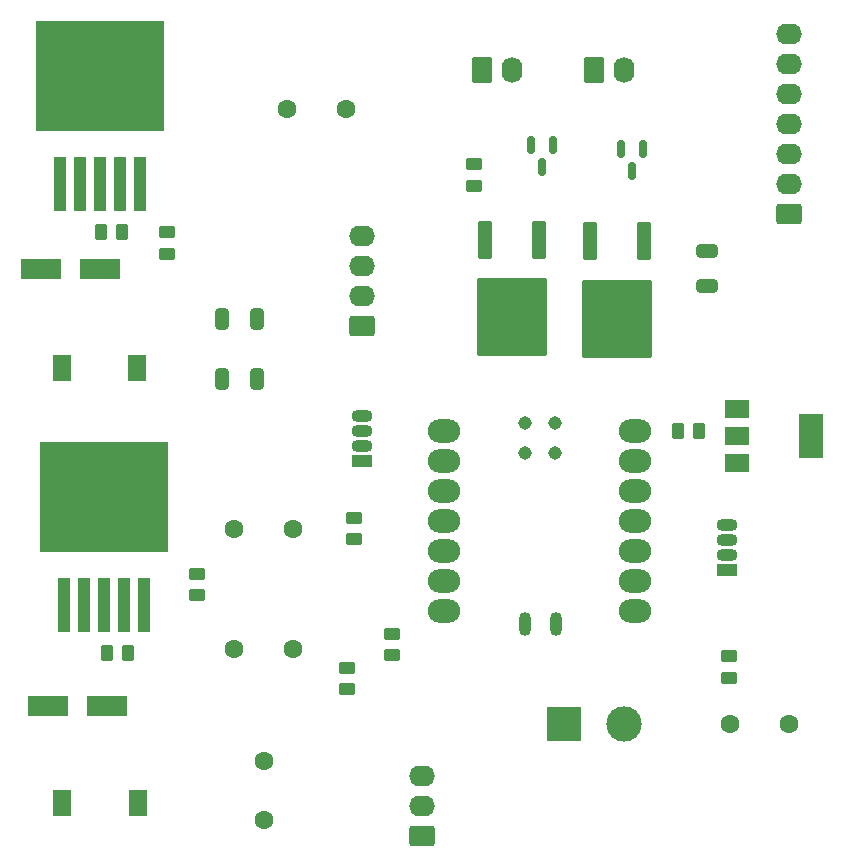
<source format=gts>
%TF.GenerationSoftware,KiCad,Pcbnew,6.0.11+dfsg-1*%
%TF.CreationDate,2024-04-14T00:28:14-04:00*%
%TF.ProjectId,MainPCBV1,4d61696e-5043-4425-9631-2e6b69636164,rev?*%
%TF.SameCoordinates,Original*%
%TF.FileFunction,Soldermask,Top*%
%TF.FilePolarity,Negative*%
%FSLAX45Y45*%
G04 Gerber Fmt 4.5, Leading zero omitted, Abs format (unit mm)*
G04 Created by KiCad (PCBNEW 6.0.11+dfsg-1) date 2024-04-14 00:28:14*
%MOMM*%
%LPD*%
G01*
G04 APERTURE LIST*
G04 Aperture macros list*
%AMRoundRect*
0 Rectangle with rounded corners*
0 $1 Rounding radius*
0 $2 $3 $4 $5 $6 $7 $8 $9 X,Y pos of 4 corners*
0 Add a 4 corners polygon primitive as box body*
4,1,4,$2,$3,$4,$5,$6,$7,$8,$9,$2,$3,0*
0 Add four circle primitives for the rounded corners*
1,1,$1+$1,$2,$3*
1,1,$1+$1,$4,$5*
1,1,$1+$1,$6,$7*
1,1,$1+$1,$8,$9*
0 Add four rect primitives between the rounded corners*
20,1,$1+$1,$2,$3,$4,$5,0*
20,1,$1+$1,$4,$5,$6,$7,0*
20,1,$1+$1,$6,$7,$8,$9,0*
20,1,$1+$1,$8,$9,$2,$3,0*%
G04 Aperture macros list end*
%ADD10C,1.600000*%
%ADD11R,2.000000X1.500000*%
%ADD12R,2.000000X3.800000*%
%ADD13RoundRect,0.150000X-0.150000X0.587500X-0.150000X-0.587500X0.150000X-0.587500X0.150000X0.587500X0*%
%ADD14RoundRect,0.250000X-0.325000X-0.650000X0.325000X-0.650000X0.325000X0.650000X-0.325000X0.650000X0*%
%ADD15R,1.500000X2.200000*%
%ADD16RoundRect,0.250000X0.450000X-0.262500X0.450000X0.262500X-0.450000X0.262500X-0.450000X-0.262500X0*%
%ADD17RoundRect,0.250000X0.845000X-0.620000X0.845000X0.620000X-0.845000X0.620000X-0.845000X-0.620000X0*%
%ADD18O,2.190000X1.740000*%
%ADD19RoundRect,0.250000X-0.620000X-0.845000X0.620000X-0.845000X0.620000X0.845000X-0.620000X0.845000X0*%
%ADD20O,1.740000X2.190000*%
%ADD21R,3.000000X3.000000*%
%ADD22C,3.000000*%
%ADD23R,3.500000X1.800000*%
%ADD24R,1.800000X1.070000*%
%ADD25O,1.800000X1.070000*%
%ADD26R,1.100000X4.600000*%
%ADD27R,10.800000X9.400000*%
%ADD28RoundRect,0.250000X-0.262500X-0.450000X0.262500X-0.450000X0.262500X0.450000X-0.262500X0.450000X0*%
%ADD29RoundRect,0.102000X0.485000X-1.510000X0.485000X1.510000X-0.485000X1.510000X-0.485000X-1.510000X0*%
%ADD30RoundRect,0.102000X-2.835000X3.160000X-2.835000X-3.160000X2.835000X-3.160000X2.835000X3.160000X0*%
%ADD31RoundRect,0.250000X-0.650000X0.325000X-0.650000X-0.325000X0.650000X-0.325000X0.650000X0.325000X0*%
%ADD32O,2.748280X1.998980*%
%ADD33O,1.016000X2.032000*%
%ADD34C,1.143000*%
G04 APERTURE END LIST*
D10*
%TO.C,C8*%
X10922000Y-14660500D03*
X10922000Y-14160500D03*
%TD*%
D11*
%TO.C,U3*%
X14922500Y-11176000D03*
D12*
X15552500Y-11406000D03*
D11*
X14922500Y-11406000D03*
X14922500Y-11636000D03*
%TD*%
D13*
%TO.C,Q4*%
X13366500Y-8946500D03*
X13176500Y-8946500D03*
X13271500Y-9134000D03*
%TD*%
D14*
%TO.C,C4*%
X10563500Y-10922000D03*
X10858500Y-10922000D03*
%TD*%
D15*
%TO.C,L1*%
X9206500Y-10835500D03*
X9846500Y-10835500D03*
%TD*%
D14*
%TO.C,C7*%
X10563500Y-10414000D03*
X10858500Y-10414000D03*
%TD*%
D16*
%TO.C,R7*%
X11620500Y-13553250D03*
X11620500Y-13370750D03*
%TD*%
D17*
%TO.C,PowerAmplifier1*%
X11749500Y-10477500D03*
D18*
X11749500Y-10223500D03*
X11749500Y-9969500D03*
X11749500Y-9715500D03*
%TD*%
D19*
%TO.C,fan1*%
X12763500Y-8308500D03*
D20*
X13017500Y-8308500D03*
%TD*%
D21*
%TO.C,BATTERY1*%
X13462000Y-13843000D03*
D22*
X13970000Y-13843000D03*
%TD*%
D23*
%TO.C,D2*%
X9088500Y-13693000D03*
X9588500Y-13693000D03*
%TD*%
D16*
%TO.C,R9*%
X12001500Y-13263500D03*
X12001500Y-13081000D03*
%TD*%
D10*
%TO.C,C3*%
X14867000Y-13843000D03*
X15367000Y-13843000D03*
%TD*%
D16*
%TO.C,R5*%
X10350500Y-12755500D03*
X10350500Y-12573000D03*
%TD*%
%TO.C,R4*%
X11685000Y-12283250D03*
X11685000Y-12100750D03*
%TD*%
D17*
%TO.C,SWITCH1*%
X12255500Y-14795500D03*
D18*
X12255500Y-14541500D03*
X12255500Y-14287500D03*
%TD*%
D10*
%TO.C,C5*%
X10668000Y-12192000D03*
X11168000Y-12192000D03*
%TD*%
D17*
%TO.C,ZE08-CH2O1*%
X15367000Y-9525000D03*
D18*
X15367000Y-9271000D03*
X15367000Y-9017000D03*
X15367000Y-8763000D03*
X15367000Y-8509000D03*
X15367000Y-8255000D03*
X15367000Y-8001000D03*
%TD*%
D24*
%TO.C,D3*%
X11747500Y-11620500D03*
D25*
X11747500Y-11493500D03*
X11747500Y-11366500D03*
X11747500Y-11239500D03*
%TD*%
D26*
%TO.C,U1*%
X9225000Y-12841500D03*
X9395000Y-12841500D03*
X9565000Y-12841500D03*
D27*
X9565000Y-11926500D03*
D26*
X9735000Y-12841500D03*
X9905000Y-12841500D03*
%TD*%
D28*
%TO.C,R10*%
X14422500Y-11366500D03*
X14605000Y-11366500D03*
%TD*%
D10*
%TO.C,C1*%
X10668000Y-13208000D03*
X11168000Y-13208000D03*
%TD*%
D26*
%TO.C,U2*%
X9189000Y-9274000D03*
X9359000Y-9274000D03*
D27*
X9529000Y-8359000D03*
D26*
X9529000Y-9274000D03*
X9699000Y-9274000D03*
X9869000Y-9274000D03*
%TD*%
D29*
%TO.C,Q3*%
X14135100Y-9761000D03*
X13677900Y-9761000D03*
D30*
X13906500Y-10414000D03*
%TD*%
D16*
%TO.C,R6*%
X14859000Y-13454000D03*
X14859000Y-13271500D03*
%TD*%
D15*
%TO.C,L2*%
X9211500Y-14518500D03*
X9851500Y-14518500D03*
%TD*%
D16*
%TO.C,R8*%
X12700000Y-9288750D03*
X12700000Y-9106250D03*
%TD*%
D28*
%TO.C,R3*%
X9588500Y-13248500D03*
X9771000Y-13248500D03*
%TD*%
D16*
%TO.C,R2*%
X10100500Y-9863500D03*
X10100500Y-9681000D03*
%TD*%
D24*
%TO.C,D4*%
X14840000Y-12540468D03*
D25*
X14840000Y-12413468D03*
X14840000Y-12286468D03*
X14840000Y-12159468D03*
%TD*%
D19*
%TO.C,fan2*%
X13716000Y-8308500D03*
D20*
X13970000Y-8308500D03*
%TD*%
D29*
%TO.C,Q1*%
X13246100Y-9751000D03*
X12788900Y-9751000D03*
D30*
X13017500Y-10404000D03*
%TD*%
D31*
%TO.C,C2*%
X14668500Y-9842500D03*
X14668500Y-10137500D03*
%TD*%
D13*
%TO.C,Q2*%
X14128500Y-8976750D03*
X13938500Y-8976750D03*
X14033500Y-9164250D03*
%TD*%
D32*
%TO.C,U4*%
X12446000Y-11366500D03*
X12446000Y-11620500D03*
X12446000Y-11874500D03*
X12446000Y-12128500D03*
X12446000Y-12382500D03*
X12446000Y-12636500D03*
X12446000Y-12890500D03*
X14062456Y-12890500D03*
X14062456Y-12636500D03*
X14062456Y-12382500D03*
X14062456Y-12128500D03*
X14062456Y-11874500D03*
X14062456Y-11620500D03*
X14062456Y-11366500D03*
D33*
X13132688Y-12998282D03*
X13387688Y-12998282D03*
D34*
X13132568Y-11297863D03*
X13386568Y-11297863D03*
X13132568Y-11551863D03*
X13386568Y-11551863D03*
%TD*%
D10*
%TO.C,C6*%
X11612500Y-8636000D03*
X11112500Y-8636000D03*
%TD*%
D23*
%TO.C,D1*%
X9029000Y-9998500D03*
X9529000Y-9998500D03*
%TD*%
D28*
%TO.C,R1*%
X9537000Y-9681000D03*
X9719500Y-9681000D03*
%TD*%
M02*

</source>
